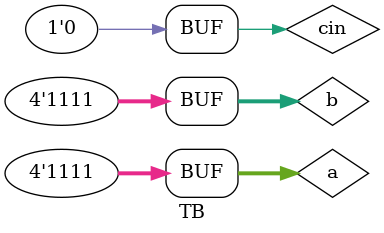
<source format=v>
module FullAdder (
    input wire a,b,cin,output wire sum,cout
);

    assign sum = a^b^cin;
    assign cout = a&b | b&cin | cin&a;
    
endmodule


module RippleCarryAdder (
    input wire [3:0] A,B,
    input wire cin,
    output wire [4:0]Sum
);

    wire c0,c1,c2;
    wire [3:0]S;
    wire cout;
    FullAdder FA0 (A[0],B[0],cin,S[0],c0);
    FullAdder FA1 (A[1],B[1],c0,S[1],c1);
    FullAdder FA2 (A[2],B[2],c1,S[2],c2);
    FullAdder FA3 (A[3],B[3],c2,S[3],cout);
    assign Sum = {cout,S};
    
endmodule

module TB;

    reg [3:0]a,b;
    reg cin;
    wire [4:0]s;

    RippleCarryAdder uut (.A(a),.B(b),.cin(cin),.Sum(s));

    initial begin
        a = 4'b1010; b = 4'b0101; cin = 0; #10;
        a = 4'b1111; b = 4'b0011; cin = 0; #10;
        a = 4'b1111; b = 4'b1111; cin = 0; #10;
    end

    initial begin
        $dumpfile("outputwave.vcd");
        $dumpvars(0,TB);
    end

endmodule
</source>
